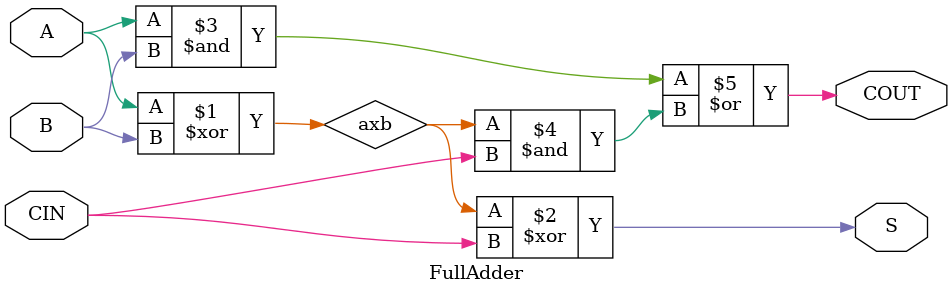
<source format=sv>
/**
	cse3341, digital logic 2, lab 7
	George Boone
	1002055713
*/

module FullAdder(
		input A, B, CIN,
		output S, COUT
	);
	
	wire axb;
	
	assign axb 	= A ^ B;
	assign S 	= axb ^ CIN;
	assign COUT = (A & B) | (axb & CIN);
	
endmodule

</source>
